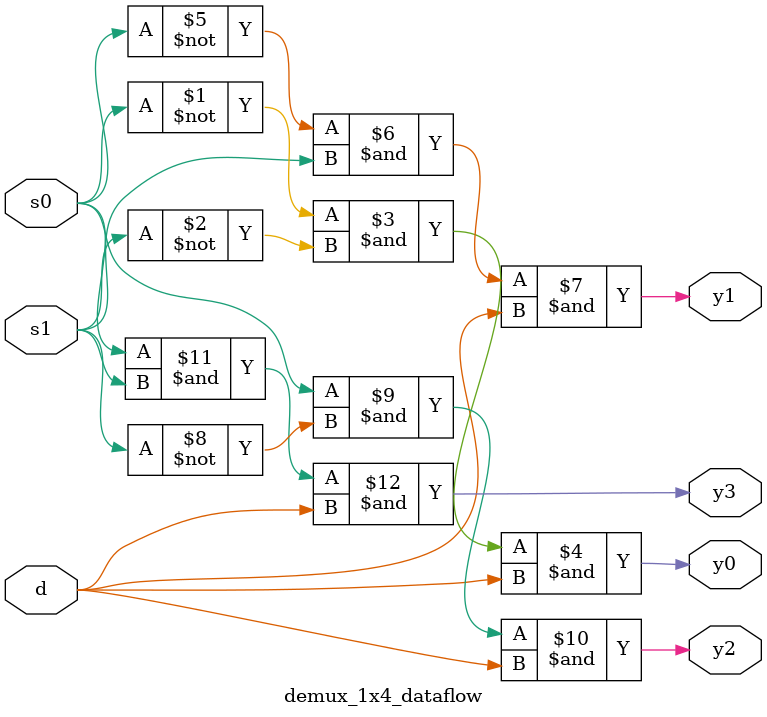
<source format=v>
module demux_1x4_dataflow(d, s0, s1, y0, y1, y2, y3);
    input d, s0, s1;
    output y0, y1, y2, y3;

    assign y0 = (~s0 & ~s1) & d;  // Select y0 when s1=0, s0=0
    assign y1 = (~s0 &  s1) & d;  // Select y1 when s1=0, s0=1
    assign y2 = ( s0 & ~s1) & d;  // Select y2 when s1=1, s0=0
    assign y3 = ( s0 &  s1) & d;  // Select y3 when s1=1, s0=1

endmodule 
</source>
